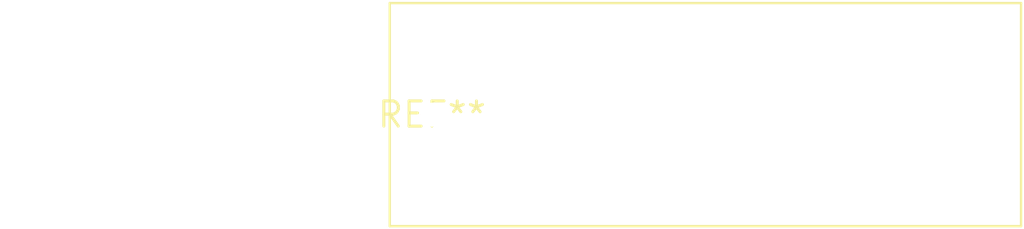
<source format=kicad_pcb>
(kicad_pcb (version 20240108) (generator pcbnew)
  (layers (0 "F.Cu" signal) (31 "B.Cu" signal) (34 "B.Paste" user) (35 "F.Paste" user) (36 "B.SilkS" user "B.Silkscreen") (37 "F.SilkS" user "F.Silkscreen") (38 "B.Mask" user) (39 "F.Mask" user) (44 "Edge.Cuts" user))
  (net 0 "")
  (footprint "C_Rect_L31.5mm_W11.0mm_P27.50mm_MKS4" (layer "F.Cu") (at 0 0)
    (property "Reference" "REF**")
    (property "Value" "C_Rect_L31.5mm_W11.0mm_P27.50mm_MKS4")
    (fp_line (start -2.12 -5.62) (end -2.12 5.62) (layer "F.SilkS") (stroke (width 0.12)))
    (fp_line (start -2.12 -5.62) (end 29.62 -5.62) (layer "F.SilkS") (stroke (width 0.12)))
    (fp_line (start -2.12 5.62) (end 29.62 5.62) (layer "F.SilkS") (stroke (width 0.12)))
    (fp_line (start 29.62 -5.62) (end 29.62 5.62) (layer "F.SilkS") (stroke (width 0.12)))
    (pad "1" thru_hole circle (at 0 0) (size 2.4 2.4) (drill 1.2) (layers *.Cu *.Mask) (remove_unused_layers))
    (pad "2" thru_hole circle (at 27.5 0) (size 2.4 2.4) (drill 1.2) (layers *.Cu *.Mask) (remove_unused_layers))
  )
)
</source>
